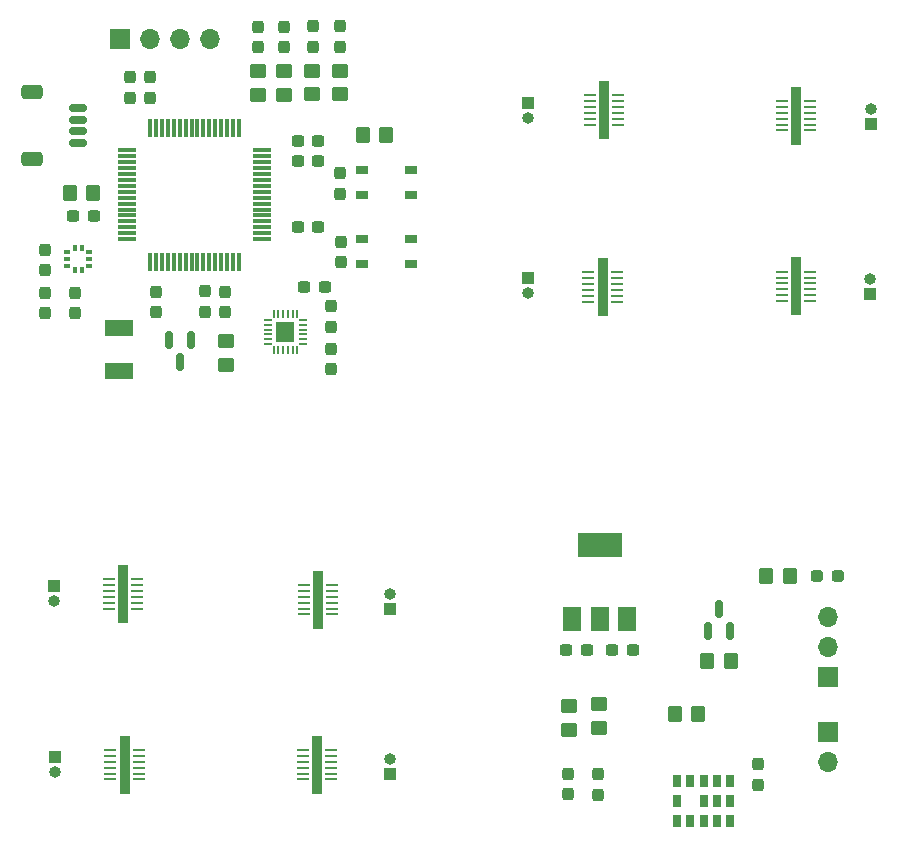
<source format=gts>
G04 #@! TF.GenerationSoftware,KiCad,Pcbnew,(6.0.7)*
G04 #@! TF.CreationDate,2023-02-21T22:38:56+09:00*
G04 #@! TF.ProjectId,OmniDirectional_UAV,4f6d6e69-4469-4726-9563-74696f6e616c,rev?*
G04 #@! TF.SameCoordinates,Original*
G04 #@! TF.FileFunction,Soldermask,Top*
G04 #@! TF.FilePolarity,Negative*
%FSLAX46Y46*%
G04 Gerber Fmt 4.6, Leading zero omitted, Abs format (unit mm)*
G04 Created by KiCad (PCBNEW (6.0.7)) date 2023-02-21 22:38:56*
%MOMM*%
%LPD*%
G01*
G04 APERTURE LIST*
G04 Aperture macros list*
%AMRoundRect*
0 Rectangle with rounded corners*
0 $1 Rounding radius*
0 $2 $3 $4 $5 $6 $7 $8 $9 X,Y pos of 4 corners*
0 Add a 4 corners polygon primitive as box body*
4,1,4,$2,$3,$4,$5,$6,$7,$8,$9,$2,$3,0*
0 Add four circle primitives for the rounded corners*
1,1,$1+$1,$2,$3*
1,1,$1+$1,$4,$5*
1,1,$1+$1,$6,$7*
1,1,$1+$1,$8,$9*
0 Add four rect primitives between the rounded corners*
20,1,$1+$1,$2,$3,$4,$5,0*
20,1,$1+$1,$4,$5,$6,$7,0*
20,1,$1+$1,$6,$7,$8,$9,0*
20,1,$1+$1,$8,$9,$2,$3,0*%
%AMFreePoly0*
4,1,14,0.266715,0.088284,0.363284,-0.008285,0.375000,-0.036569,0.375000,-0.060000,0.363284,-0.088284,0.335000,-0.100000,-0.335000,-0.100000,-0.363284,-0.088284,-0.375000,-0.060000,-0.375000,0.060000,-0.363284,0.088284,-0.335000,0.100000,0.238431,0.100000,0.266715,0.088284,0.266715,0.088284,$1*%
%AMFreePoly1*
4,1,14,0.363284,0.088284,0.375000,0.060000,0.375000,0.036569,0.363284,0.008285,0.266715,-0.088284,0.238431,-0.100000,-0.335000,-0.100000,-0.363284,-0.088284,-0.375000,-0.060000,-0.375000,0.060000,-0.363284,0.088284,-0.335000,0.100000,0.335000,0.100000,0.363284,0.088284,0.363284,0.088284,$1*%
%AMFreePoly2*
4,1,14,0.088284,0.363284,0.100000,0.335000,0.100000,-0.335000,0.088284,-0.363284,0.060000,-0.375000,-0.060000,-0.375000,-0.088284,-0.363284,-0.100000,-0.335000,-0.100000,0.238431,-0.088284,0.266715,0.008285,0.363284,0.036569,0.375000,0.060000,0.375000,0.088284,0.363284,0.088284,0.363284,$1*%
%AMFreePoly3*
4,1,14,-0.008285,0.363284,0.088284,0.266715,0.100000,0.238431,0.100000,-0.335000,0.088284,-0.363284,0.060000,-0.375000,-0.060000,-0.375000,-0.088284,-0.363284,-0.100000,-0.335000,-0.100000,0.335000,-0.088284,0.363284,-0.060000,0.375000,-0.036569,0.375000,-0.008285,0.363284,-0.008285,0.363284,$1*%
%AMFreePoly4*
4,1,14,0.363284,0.088284,0.375000,0.060000,0.375000,-0.060000,0.363284,-0.088284,0.335000,-0.100000,-0.238431,-0.100000,-0.266715,-0.088284,-0.363284,0.008285,-0.375000,0.036569,-0.375000,0.060000,-0.363284,0.088284,-0.335000,0.100000,0.335000,0.100000,0.363284,0.088284,0.363284,0.088284,$1*%
%AMFreePoly5*
4,1,14,0.363284,0.088284,0.375000,0.060000,0.375000,-0.060000,0.363284,-0.088284,0.335000,-0.100000,-0.335000,-0.100000,-0.363284,-0.088284,-0.375000,-0.060000,-0.375000,-0.036569,-0.363284,-0.008285,-0.266715,0.088284,-0.238431,0.100000,0.335000,0.100000,0.363284,0.088284,0.363284,0.088284,$1*%
%AMFreePoly6*
4,1,14,0.088284,0.363284,0.100000,0.335000,0.100000,-0.238431,0.088284,-0.266715,-0.008285,-0.363284,-0.036569,-0.375000,-0.060000,-0.375000,-0.088284,-0.363284,-0.100000,-0.335000,-0.100000,0.335000,-0.088284,0.363284,-0.060000,0.375000,0.060000,0.375000,0.088284,0.363284,0.088284,0.363284,$1*%
%AMFreePoly7*
4,1,14,0.088284,0.363284,0.100000,0.335000,0.100000,-0.335000,0.088284,-0.363284,0.060000,-0.375000,0.036569,-0.375000,0.008285,-0.363284,-0.088284,-0.266715,-0.100000,-0.238431,-0.100000,0.335000,-0.088284,0.363284,-0.060000,0.375000,0.060000,0.375000,0.088284,0.363284,0.088284,0.363284,$1*%
G04 Aperture macros list end*
%ADD10O,1.000000X1.000000*%
%ADD11R,1.000000X1.000000*%
%ADD12R,0.700000X1.100000*%
%ADD13R,0.800000X1.100000*%
%ADD14RoundRect,0.237500X0.237500X-0.300000X0.237500X0.300000X-0.237500X0.300000X-0.237500X-0.300000X0*%
%ADD15R,2.400000X1.450000*%
%ADD16RoundRect,0.150000X-0.150000X0.587500X-0.150000X-0.587500X0.150000X-0.587500X0.150000X0.587500X0*%
%ADD17O,1.700000X1.700000*%
%ADD18R,1.700000X1.700000*%
%ADD19RoundRect,0.237500X0.300000X0.237500X-0.300000X0.237500X-0.300000X-0.237500X0.300000X-0.237500X0*%
%ADD20C,0.600000*%
%ADD21R,0.900000X5.000000*%
%ADD22R,1.000000X0.280000*%
%ADD23R,1.050000X0.650000*%
%ADD24RoundRect,0.237500X-0.237500X0.287500X-0.237500X-0.287500X0.237500X-0.287500X0.237500X0.287500X0*%
%ADD25RoundRect,0.250000X-0.350000X-0.450000X0.350000X-0.450000X0.350000X0.450000X-0.350000X0.450000X0*%
%ADD26RoundRect,0.237500X-0.237500X0.300000X-0.237500X-0.300000X0.237500X-0.300000X0.237500X0.300000X0*%
%ADD27RoundRect,0.237500X-0.300000X-0.237500X0.300000X-0.237500X0.300000X0.237500X-0.300000X0.237500X0*%
%ADD28RoundRect,0.250000X-0.450000X0.350000X-0.450000X-0.350000X0.450000X-0.350000X0.450000X0.350000X0*%
%ADD29RoundRect,0.250000X0.450000X-0.350000X0.450000X0.350000X-0.450000X0.350000X-0.450000X-0.350000X0*%
%ADD30RoundRect,0.150000X-0.625000X0.150000X-0.625000X-0.150000X0.625000X-0.150000X0.625000X0.150000X0*%
%ADD31RoundRect,0.250000X-0.650000X0.350000X-0.650000X-0.350000X0.650000X-0.350000X0.650000X0.350000X0*%
%ADD32RoundRect,0.150000X0.150000X-0.587500X0.150000X0.587500X-0.150000X0.587500X-0.150000X-0.587500X0*%
%ADD33RoundRect,0.100000X0.100000X-0.175000X0.100000X0.175000X-0.100000X0.175000X-0.100000X-0.175000X0*%
%ADD34RoundRect,0.100000X0.175000X-0.100000X0.175000X0.100000X-0.175000X0.100000X-0.175000X-0.100000X0*%
%ADD35RoundRect,0.250000X0.350000X0.450000X-0.350000X0.450000X-0.350000X-0.450000X0.350000X-0.450000X0*%
%ADD36RoundRect,0.075000X0.075000X-0.700000X0.075000X0.700000X-0.075000X0.700000X-0.075000X-0.700000X0*%
%ADD37RoundRect,0.075000X0.700000X-0.075000X0.700000X0.075000X-0.700000X0.075000X-0.700000X-0.075000X0*%
%ADD38R,3.800000X2.000000*%
%ADD39R,1.500000X2.000000*%
%ADD40RoundRect,0.237500X0.287500X0.237500X-0.287500X0.237500X-0.287500X-0.237500X0.287500X-0.237500X0*%
%ADD41FreePoly0,90.000000*%
%ADD42RoundRect,0.050000X0.050000X-0.325000X0.050000X0.325000X-0.050000X0.325000X-0.050000X-0.325000X0*%
%ADD43FreePoly1,90.000000*%
%ADD44FreePoly2,90.000000*%
%ADD45RoundRect,0.050000X0.325000X-0.050000X0.325000X0.050000X-0.325000X0.050000X-0.325000X-0.050000X0*%
%ADD46FreePoly3,90.000000*%
%ADD47FreePoly4,90.000000*%
%ADD48FreePoly5,90.000000*%
%ADD49FreePoly6,90.000000*%
%ADD50FreePoly7,90.000000*%
%ADD51R,1.600000X1.750000*%
G04 APERTURE END LIST*
D10*
X112305000Y-108979100D03*
D11*
X112305000Y-107709100D03*
D12*
X165025000Y-127622000D03*
X166125000Y-127622000D03*
D13*
X167275000Y-127622000D03*
D12*
X168425000Y-127622000D03*
X169525000Y-127622000D03*
X169525000Y-125922000D03*
X169525000Y-124222000D03*
X168425000Y-124222000D03*
D13*
X167275000Y-124222000D03*
D12*
X166125000Y-124222000D03*
X165025000Y-124222000D03*
X165025000Y-125922000D03*
D13*
X167275000Y-125922000D03*
D12*
X168425000Y-125922000D03*
D14*
X171875000Y-122787500D03*
X171875000Y-124512500D03*
D15*
X117801900Y-85855100D03*
X117801900Y-89505100D03*
D16*
X123919000Y-86842600D03*
X122019000Y-86842600D03*
X122969000Y-88717600D03*
D17*
X177850000Y-122639100D03*
D18*
X177850000Y-120099100D03*
D19*
X159562500Y-113099100D03*
X161287500Y-113099100D03*
D20*
X158872000Y-66420100D03*
X158872000Y-68420100D03*
X158872000Y-67420100D03*
D21*
X158872000Y-67420100D03*
D22*
X160072000Y-66170100D03*
X160072000Y-66670100D03*
X160072000Y-67170100D03*
X160072000Y-67670100D03*
X160072000Y-68170100D03*
X160072000Y-68670100D03*
X157672000Y-68670100D03*
X157672000Y-68170100D03*
X157672000Y-67670100D03*
X157672000Y-67170100D03*
X157672000Y-66670100D03*
X157672000Y-66170100D03*
D23*
X142506000Y-78325100D03*
X138356000Y-78325100D03*
X138356000Y-80475100D03*
X142481000Y-80475100D03*
D10*
X140753000Y-108352100D03*
D11*
X140753000Y-109622100D03*
D20*
X158720700Y-83406100D03*
X158720700Y-81406100D03*
D21*
X158720700Y-82406100D03*
D20*
X158720700Y-82406100D03*
D22*
X159920700Y-81156100D03*
X159920700Y-81656100D03*
X159920700Y-82156100D03*
X159920700Y-82656100D03*
X159920700Y-83156100D03*
X159920700Y-83656100D03*
X157520700Y-83656100D03*
X157520700Y-83156100D03*
X157520700Y-82656100D03*
X157520700Y-82156100D03*
X157520700Y-81656100D03*
X157520700Y-81156100D03*
D24*
X134194000Y-60305100D03*
X134194000Y-62055100D03*
D25*
X174575000Y-106824100D03*
X172575000Y-106824100D03*
D26*
X126769000Y-82767600D03*
X126769000Y-84492600D03*
D25*
X166825000Y-118499100D03*
X164825000Y-118499100D03*
X138415000Y-69494100D03*
X140415000Y-69494100D03*
D10*
X152395700Y-68065100D03*
D11*
X152395700Y-66795100D03*
D24*
X129519000Y-60355100D03*
X129519000Y-62105100D03*
D21*
X134554300Y-122830100D03*
D20*
X134554300Y-123830100D03*
X134554300Y-121830100D03*
X134554300Y-122830100D03*
D22*
X133354300Y-124080100D03*
X133354300Y-123580100D03*
X133354300Y-123080100D03*
X133354300Y-122580100D03*
X133354300Y-122080100D03*
X133354300Y-121580100D03*
X135754300Y-121580100D03*
X135754300Y-122080100D03*
X135754300Y-122580100D03*
X135754300Y-123080100D03*
X135754300Y-123580100D03*
X135754300Y-124080100D03*
D10*
X140716300Y-122326100D03*
D11*
X140716300Y-123596100D03*
D26*
X136519000Y-72745600D03*
X136519000Y-74470600D03*
D27*
X132906500Y-70055100D03*
X134631500Y-70055100D03*
D14*
X120369000Y-66367600D03*
X120369000Y-64642600D03*
D10*
X112396000Y-123459100D03*
D11*
X112396000Y-122189100D03*
D24*
X131794000Y-60330100D03*
X131794000Y-62080100D03*
D27*
X132906500Y-71755100D03*
X134631500Y-71755100D03*
D14*
X125044000Y-84467600D03*
X125044000Y-82742600D03*
D28*
X126844000Y-86955100D03*
X126844000Y-88955100D03*
D27*
X132906500Y-77280100D03*
X134631500Y-77280100D03*
D29*
X158425000Y-117724100D03*
X158425000Y-119724100D03*
D20*
X118249700Y-122830100D03*
X118249700Y-123830100D03*
D21*
X118249700Y-122830100D03*
D20*
X118249700Y-121830100D03*
D22*
X119449700Y-121580100D03*
X119449700Y-122080100D03*
X119449700Y-122580100D03*
X119449700Y-123080100D03*
X119449700Y-123580100D03*
X119449700Y-124080100D03*
X117049700Y-124080100D03*
X117049700Y-123580100D03*
X117049700Y-123080100D03*
X117049700Y-122580100D03*
X117049700Y-122080100D03*
X117049700Y-121580100D03*
D14*
X155800000Y-123611600D03*
X155800000Y-125336600D03*
X111514000Y-80967600D03*
X111514000Y-79242600D03*
D10*
X181453000Y-67283100D03*
D11*
X181453000Y-68553100D03*
D21*
X175128000Y-67878100D03*
D20*
X175128000Y-68878100D03*
X175128000Y-66878100D03*
X175128000Y-67878100D03*
D22*
X173928000Y-69128100D03*
X173928000Y-68628100D03*
X173928000Y-68128100D03*
X173928000Y-67628100D03*
X173928000Y-67128100D03*
X173928000Y-66628100D03*
X176328000Y-66628100D03*
X176328000Y-67128100D03*
X176328000Y-67628100D03*
X176328000Y-68128100D03*
X176328000Y-68628100D03*
X176328000Y-69128100D03*
D30*
X114294000Y-67205100D03*
X114294000Y-68205100D03*
X114294000Y-69205100D03*
X114294000Y-70205100D03*
D31*
X110419000Y-65905100D03*
X110419000Y-71505100D03*
D29*
X131794000Y-66105100D03*
X131794000Y-64105100D03*
D20*
X118147000Y-107368100D03*
X118147000Y-108368100D03*
X118147000Y-109368100D03*
D21*
X118147000Y-108368100D03*
D22*
X119347000Y-107118100D03*
X119347000Y-107618100D03*
X119347000Y-108118100D03*
X119347000Y-108618100D03*
X119347000Y-109118100D03*
X119347000Y-109618100D03*
X116947000Y-109618100D03*
X116947000Y-109118100D03*
X116947000Y-108618100D03*
X116947000Y-108118100D03*
X116947000Y-107618100D03*
X116947000Y-107118100D03*
D32*
X168575000Y-109636600D03*
X169525000Y-111511600D03*
X167625000Y-111511600D03*
D33*
X114019000Y-80905100D03*
X114619000Y-80905100D03*
D34*
X115244000Y-80580100D03*
X115244000Y-79980100D03*
X115244000Y-79380100D03*
D33*
X114619000Y-79055100D03*
X114019000Y-79055100D03*
D34*
X113394000Y-79380100D03*
X113394000Y-79980100D03*
X113394000Y-80580100D03*
D17*
X177825000Y-110344100D03*
X177825000Y-112884100D03*
D18*
X177825000Y-115424100D03*
D14*
X136581000Y-80287600D03*
X136581000Y-78562600D03*
D35*
X167600000Y-114024100D03*
X169600000Y-114024100D03*
D29*
X155875000Y-117899100D03*
X155875000Y-119899100D03*
D14*
X111509000Y-84592600D03*
X111509000Y-82867600D03*
D27*
X133462500Y-82388700D03*
X135187500Y-82388700D03*
X157387500Y-113149100D03*
X155662500Y-113149100D03*
D18*
X117894000Y-61380100D03*
D17*
X120434000Y-61380100D03*
X122974000Y-61380100D03*
X125514000Y-61380100D03*
D10*
X152379300Y-82878100D03*
D11*
X152379300Y-81608100D03*
D14*
X114019000Y-84592600D03*
X114019000Y-82867600D03*
D10*
X181362000Y-81688100D03*
D11*
X181362000Y-82958100D03*
D29*
X129519000Y-66130100D03*
X129519000Y-64130100D03*
D14*
X118694000Y-66367600D03*
X118694000Y-64642600D03*
D24*
X136519000Y-60305100D03*
X136519000Y-62055100D03*
D21*
X175128000Y-82333100D03*
D20*
X175128000Y-82333100D03*
X175128000Y-81333100D03*
X175128000Y-83333100D03*
D22*
X173928000Y-83583100D03*
X173928000Y-83083100D03*
X173928000Y-82583100D03*
X173928000Y-82083100D03*
X173928000Y-81583100D03*
X173928000Y-81083100D03*
X176328000Y-81083100D03*
X176328000Y-81583100D03*
X176328000Y-82083100D03*
X176328000Y-82583100D03*
X176328000Y-83083100D03*
X176328000Y-83583100D03*
D14*
X158300000Y-123634600D03*
X158300000Y-125359600D03*
D20*
X134657000Y-109860100D03*
D21*
X134657000Y-108860100D03*
D20*
X134657000Y-107860100D03*
X134657000Y-108860100D03*
D22*
X133457000Y-110110100D03*
X133457000Y-109610100D03*
X133457000Y-109110100D03*
X133457000Y-108610100D03*
X133457000Y-108110100D03*
X133457000Y-107610100D03*
X135857000Y-107610100D03*
X135857000Y-108110100D03*
X135857000Y-108610100D03*
X135857000Y-109110100D03*
X135857000Y-109610100D03*
X135857000Y-110110100D03*
D23*
X142519000Y-74633100D03*
X138369000Y-74633100D03*
X142519000Y-72483100D03*
X138394000Y-72483100D03*
D36*
X120425000Y-80249100D03*
X120925000Y-80249100D03*
X121425000Y-80249100D03*
X121925000Y-80249100D03*
X122425000Y-80249100D03*
X122925000Y-80249100D03*
X123425000Y-80249100D03*
X123925000Y-80249100D03*
X124425000Y-80249100D03*
X124925000Y-80249100D03*
X125425000Y-80249100D03*
X125925000Y-80249100D03*
X126425000Y-80249100D03*
X126925000Y-80249100D03*
X127425000Y-80249100D03*
X127925000Y-80249100D03*
D37*
X129850000Y-78324100D03*
X129850000Y-77824100D03*
X129850000Y-77324100D03*
X129850000Y-76824100D03*
X129850000Y-76324100D03*
X129850000Y-75824100D03*
X129850000Y-75324100D03*
X129850000Y-74824100D03*
X129850000Y-74324100D03*
X129850000Y-73824100D03*
X129850000Y-73324100D03*
X129850000Y-72824100D03*
X129850000Y-72324100D03*
X129850000Y-71824100D03*
X129850000Y-71324100D03*
X129850000Y-70824100D03*
D36*
X127925000Y-68899100D03*
X127425000Y-68899100D03*
X126925000Y-68899100D03*
X126425000Y-68899100D03*
X125925000Y-68899100D03*
X125425000Y-68899100D03*
X124925000Y-68899100D03*
X124425000Y-68899100D03*
X123925000Y-68899100D03*
X123425000Y-68899100D03*
X122925000Y-68899100D03*
X122425000Y-68899100D03*
X121925000Y-68899100D03*
X121425000Y-68899100D03*
X120925000Y-68899100D03*
X120425000Y-68899100D03*
D37*
X118500000Y-70824100D03*
X118500000Y-71324100D03*
X118500000Y-71824100D03*
X118500000Y-72324100D03*
X118500000Y-72824100D03*
X118500000Y-73324100D03*
X118500000Y-73824100D03*
X118500000Y-74324100D03*
X118500000Y-74824100D03*
X118500000Y-75324100D03*
X118500000Y-75824100D03*
X118500000Y-76324100D03*
X118500000Y-76824100D03*
X118500000Y-77324100D03*
X118500000Y-77824100D03*
X118500000Y-78324100D03*
D38*
X158475000Y-104224100D03*
D39*
X160775000Y-110524100D03*
X158475000Y-110524100D03*
X156175000Y-110524100D03*
D14*
X135700000Y-85751200D03*
X135700000Y-84026200D03*
D35*
X115594000Y-74455100D03*
X113594000Y-74455100D03*
D40*
X176900000Y-106824100D03*
X178650000Y-106824100D03*
D29*
X136519000Y-66080100D03*
X136519000Y-64080100D03*
D26*
X120944000Y-82767600D03*
X120944000Y-84492600D03*
D41*
X130875000Y-87688700D03*
D42*
X131275000Y-87688700D03*
X131675000Y-87688700D03*
X132075000Y-87688700D03*
X132475000Y-87688700D03*
D43*
X132875000Y-87688700D03*
D44*
X133375000Y-87188700D03*
D45*
X133375000Y-86788700D03*
X133375000Y-86388700D03*
X133375000Y-85988700D03*
X133375000Y-85588700D03*
D46*
X133375000Y-85188700D03*
D47*
X132875000Y-84688700D03*
D42*
X132475000Y-84688700D03*
X132075000Y-84688700D03*
X131675000Y-84688700D03*
X131275000Y-84688700D03*
D48*
X130875000Y-84688700D03*
D49*
X130375000Y-85188700D03*
D45*
X130375000Y-85588700D03*
X130375000Y-85988700D03*
X130375000Y-86388700D03*
X130375000Y-86788700D03*
D50*
X130375000Y-87188700D03*
D51*
X131875000Y-86188700D03*
D26*
X135700000Y-87626200D03*
X135700000Y-89351200D03*
D19*
X115631500Y-76405100D03*
X113906500Y-76405100D03*
D29*
X134119000Y-66080100D03*
X134119000Y-64080100D03*
M02*

</source>
